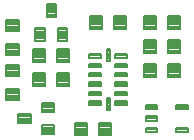
<source format=gbr>
G04 EAGLE Gerber RS-274X export*
G75*
%MOMM*%
%FSLAX34Y34*%
%LPD*%
%INSolderpaste Top*%
%IPPOS*%
%AMOC8*
5,1,8,0,0,1.08239X$1,22.5*%
G01*
%ADD10C,0.205000*%
%ADD11C,0.204000*%
%ADD12C,0.200000*%
%ADD13C,0.203500*%


D10*
X100865Y80125D02*
X100865Y83075D01*
X110815Y83075D01*
X110815Y80125D01*
X100865Y80125D01*
X100865Y82072D02*
X110815Y82072D01*
X100865Y88125D02*
X100865Y91075D01*
X110815Y91075D01*
X110815Y88125D01*
X100865Y88125D01*
X100865Y90072D02*
X110815Y90072D01*
X100865Y96125D02*
X100865Y99075D01*
X110815Y99075D01*
X110815Y96125D01*
X100865Y96125D01*
X100865Y98072D02*
X110815Y98072D01*
X100865Y104125D02*
X100865Y107075D01*
X110815Y107075D01*
X110815Y104125D01*
X100865Y104125D01*
X100865Y106072D02*
X110815Y106072D01*
X100865Y112125D02*
X100865Y115075D01*
X110815Y115075D01*
X110815Y112125D01*
X100865Y112125D01*
X100865Y114072D02*
X110815Y114072D01*
X110815Y120125D02*
X110815Y123075D01*
X110815Y120125D02*
X100865Y120125D01*
X100865Y123075D01*
X110815Y123075D01*
X110815Y122072D02*
X100865Y122072D01*
X115365Y127575D02*
X118315Y127575D01*
X118315Y117625D01*
X115365Y117625D01*
X115365Y127575D01*
X115365Y119572D02*
X118315Y119572D01*
X118315Y121519D02*
X115365Y121519D01*
X115365Y123466D02*
X118315Y123466D01*
X118315Y125413D02*
X115365Y125413D01*
X115365Y127360D02*
X118315Y127360D01*
X132815Y123075D02*
X132815Y120125D01*
X122865Y120125D01*
X122865Y123075D01*
X132815Y123075D01*
X132815Y122072D02*
X122865Y122072D01*
X132815Y115075D02*
X132815Y112125D01*
X122865Y112125D01*
X122865Y115075D01*
X132815Y115075D01*
X132815Y114072D02*
X122865Y114072D01*
X132815Y107075D02*
X132815Y104125D01*
X122865Y104125D01*
X122865Y107075D01*
X132815Y107075D01*
X132815Y106072D02*
X122865Y106072D01*
X132815Y99075D02*
X132815Y96125D01*
X122865Y96125D01*
X122865Y99075D01*
X132815Y99075D01*
X132815Y98072D02*
X122865Y98072D01*
X122865Y91075D02*
X122865Y88125D01*
X122865Y91075D02*
X132815Y91075D01*
X132815Y88125D01*
X122865Y88125D01*
X122865Y90072D02*
X132815Y90072D01*
X122865Y83075D02*
X122865Y80125D01*
X122865Y83075D02*
X132815Y83075D01*
X132815Y80125D01*
X122865Y80125D01*
X122865Y82072D02*
X132815Y82072D01*
X118315Y75625D02*
X115365Y75625D01*
X115365Y85575D01*
X118315Y85575D01*
X118315Y75625D01*
X118315Y77572D02*
X115365Y77572D01*
X115365Y79519D02*
X118315Y79519D01*
X118315Y81466D02*
X115365Y81466D01*
X115365Y83413D02*
X118315Y83413D01*
X118315Y85360D02*
X115365Y85360D01*
D11*
X83720Y127400D02*
X73760Y127400D01*
X83720Y127400D02*
X83720Y116440D01*
X73760Y116440D01*
X73760Y127400D01*
X73760Y118378D02*
X83720Y118378D01*
X83720Y120316D02*
X73760Y120316D01*
X73760Y122254D02*
X83720Y122254D01*
X83720Y124192D02*
X73760Y124192D01*
X73760Y126130D02*
X83720Y126130D01*
X63400Y127400D02*
X53440Y127400D01*
X63400Y127400D02*
X63400Y116440D01*
X53440Y116440D01*
X53440Y127400D01*
X53440Y118378D02*
X63400Y118378D01*
X63400Y120316D02*
X53440Y120316D01*
X53440Y122254D02*
X63400Y122254D01*
X63400Y124192D02*
X53440Y124192D01*
X53440Y126130D02*
X63400Y126130D01*
X73760Y107080D02*
X83720Y107080D01*
X83720Y96120D01*
X73760Y96120D01*
X73760Y107080D01*
X73760Y98058D02*
X83720Y98058D01*
X83720Y99996D02*
X73760Y99996D01*
X73760Y101934D02*
X83720Y101934D01*
X83720Y103872D02*
X73760Y103872D01*
X73760Y105810D02*
X83720Y105810D01*
X63400Y107080D02*
X53440Y107080D01*
X63400Y107080D02*
X63400Y96120D01*
X53440Y96120D01*
X53440Y107080D01*
X53440Y98058D02*
X63400Y98058D01*
X63400Y99996D02*
X53440Y99996D01*
X53440Y101934D02*
X63400Y101934D01*
X63400Y103872D02*
X53440Y103872D01*
X53440Y105810D02*
X63400Y105810D01*
X167740Y155340D02*
X177700Y155340D01*
X177700Y144380D01*
X167740Y144380D01*
X167740Y155340D01*
X167740Y146318D02*
X177700Y146318D01*
X177700Y148256D02*
X167740Y148256D01*
X167740Y150194D02*
X177700Y150194D01*
X177700Y152132D02*
X167740Y152132D01*
X167740Y154070D02*
X177700Y154070D01*
X157380Y155340D02*
X147420Y155340D01*
X157380Y155340D02*
X157380Y144380D01*
X147420Y144380D01*
X147420Y155340D01*
X147420Y146318D02*
X157380Y146318D01*
X157380Y148256D02*
X147420Y148256D01*
X147420Y150194D02*
X157380Y150194D01*
X157380Y152132D02*
X147420Y152132D01*
X147420Y154070D02*
X157380Y154070D01*
X111660Y144380D02*
X101700Y144380D01*
X101700Y155340D01*
X111660Y155340D01*
X111660Y144380D01*
X111660Y146318D02*
X101700Y146318D01*
X101700Y148256D02*
X111660Y148256D01*
X111660Y150194D02*
X101700Y150194D01*
X101700Y152132D02*
X111660Y152132D01*
X111660Y154070D02*
X101700Y154070D01*
X122020Y144380D02*
X131980Y144380D01*
X122020Y144380D02*
X122020Y155340D01*
X131980Y155340D01*
X131980Y144380D01*
X131980Y146318D02*
X122020Y146318D01*
X122020Y148256D02*
X131980Y148256D01*
X131980Y150194D02*
X122020Y150194D01*
X122020Y152132D02*
X131980Y152132D01*
X131980Y154070D02*
X122020Y154070D01*
X119280Y65170D02*
X109320Y65170D01*
X119280Y65170D02*
X119280Y54210D01*
X109320Y54210D01*
X109320Y65170D01*
X109320Y56148D02*
X119280Y56148D01*
X119280Y58086D02*
X109320Y58086D01*
X109320Y60024D02*
X119280Y60024D01*
X119280Y61962D02*
X109320Y61962D01*
X109320Y63900D02*
X119280Y63900D01*
X98960Y65170D02*
X89000Y65170D01*
X98960Y65170D02*
X98960Y54210D01*
X89000Y54210D01*
X89000Y65170D01*
X89000Y56148D02*
X98960Y56148D01*
X98960Y58086D02*
X89000Y58086D01*
X89000Y60024D02*
X98960Y60024D01*
X98960Y61962D02*
X89000Y61962D01*
X89000Y63900D02*
X98960Y63900D01*
X147420Y124060D02*
X157380Y124060D01*
X147420Y124060D02*
X147420Y135020D01*
X157380Y135020D01*
X157380Y124060D01*
X157380Y125998D02*
X147420Y125998D01*
X147420Y127936D02*
X157380Y127936D01*
X157380Y129874D02*
X147420Y129874D01*
X147420Y131812D02*
X157380Y131812D01*
X157380Y133750D02*
X147420Y133750D01*
X167740Y124060D02*
X177700Y124060D01*
X167740Y124060D02*
X167740Y135020D01*
X177700Y135020D01*
X177700Y124060D01*
X177700Y125998D02*
X167740Y125998D01*
X167740Y127936D02*
X177700Y127936D01*
X177700Y129874D02*
X167740Y129874D01*
X167740Y131812D02*
X177700Y131812D01*
X177700Y133750D02*
X167740Y133750D01*
D12*
X51230Y72580D02*
X51230Y64580D01*
X40530Y64580D01*
X40530Y72580D01*
X51230Y72580D01*
X51230Y66480D02*
X40530Y66480D01*
X40530Y68380D02*
X51230Y68380D01*
X51230Y70280D02*
X40530Y70280D01*
X40530Y72180D02*
X51230Y72180D01*
X71230Y74080D02*
X71230Y82080D01*
X71230Y74080D02*
X60530Y74080D01*
X60530Y82080D01*
X71230Y82080D01*
X71230Y75980D02*
X60530Y75980D01*
X60530Y77880D02*
X71230Y77880D01*
X71230Y79780D02*
X60530Y79780D01*
X60530Y81680D02*
X71230Y81680D01*
X71230Y63080D02*
X71230Y55080D01*
X60530Y55080D01*
X60530Y63080D01*
X71230Y63080D01*
X71230Y56980D02*
X60530Y56980D01*
X60530Y58880D02*
X71230Y58880D01*
X71230Y60780D02*
X60530Y60780D01*
X60530Y62680D02*
X71230Y62680D01*
X72580Y154510D02*
X64580Y154510D01*
X64580Y165210D01*
X72580Y165210D01*
X72580Y154510D01*
X72580Y156410D02*
X64580Y156410D01*
X64580Y158310D02*
X72580Y158310D01*
X72580Y160210D02*
X64580Y160210D01*
X64580Y162110D02*
X72580Y162110D01*
X72580Y164010D02*
X64580Y164010D01*
X74080Y134510D02*
X82080Y134510D01*
X74080Y134510D02*
X74080Y145210D01*
X82080Y145210D01*
X82080Y134510D01*
X82080Y136410D02*
X74080Y136410D01*
X74080Y138310D02*
X82080Y138310D01*
X82080Y140210D02*
X74080Y140210D01*
X74080Y142110D02*
X82080Y142110D01*
X82080Y144010D02*
X74080Y144010D01*
X63080Y134510D02*
X55080Y134510D01*
X55080Y145210D01*
X63080Y145210D01*
X63080Y134510D01*
X63080Y136410D02*
X55080Y136410D01*
X55080Y138310D02*
X63080Y138310D01*
X63080Y140210D02*
X55080Y140210D01*
X55080Y142110D02*
X63080Y142110D01*
X63080Y144010D02*
X55080Y144010D01*
D11*
X41040Y93880D02*
X41040Y83920D01*
X30080Y83920D01*
X30080Y93880D01*
X41040Y93880D01*
X41040Y85858D02*
X30080Y85858D01*
X30080Y87796D02*
X41040Y87796D01*
X41040Y89734D02*
X30080Y89734D01*
X30080Y91672D02*
X41040Y91672D01*
X41040Y93610D02*
X30080Y93610D01*
X41040Y104240D02*
X41040Y114200D01*
X41040Y104240D02*
X30080Y104240D01*
X30080Y114200D01*
X41040Y114200D01*
X41040Y106178D02*
X30080Y106178D01*
X30080Y108116D02*
X41040Y108116D01*
X41040Y110054D02*
X30080Y110054D01*
X30080Y111992D02*
X41040Y111992D01*
X41040Y113930D02*
X30080Y113930D01*
X30080Y142340D02*
X30080Y152300D01*
X41040Y152300D01*
X41040Y142340D01*
X30080Y142340D01*
X30080Y144278D02*
X41040Y144278D01*
X41040Y146216D02*
X30080Y146216D01*
X30080Y148154D02*
X41040Y148154D01*
X41040Y150092D02*
X30080Y150092D01*
X30080Y152030D02*
X41040Y152030D01*
X30080Y131980D02*
X30080Y122020D01*
X30080Y131980D02*
X41040Y131980D01*
X41040Y122020D01*
X30080Y122020D01*
X30080Y123958D02*
X41040Y123958D01*
X41040Y125896D02*
X30080Y125896D01*
X30080Y127834D02*
X41040Y127834D01*
X41040Y129772D02*
X30080Y129772D01*
X30080Y131710D02*
X41040Y131710D01*
D13*
X148386Y79813D02*
X148386Y76347D01*
X148386Y79813D02*
X158352Y79813D01*
X158352Y76347D01*
X148386Y76347D01*
X148386Y78280D02*
X158352Y78280D01*
X148386Y70313D02*
X148386Y66847D01*
X148386Y70313D02*
X158352Y70313D01*
X158352Y66847D01*
X148386Y66847D01*
X148386Y68780D02*
X158352Y68780D01*
X148386Y60813D02*
X148386Y57347D01*
X148386Y60813D02*
X158352Y60813D01*
X158352Y57347D01*
X148386Y57347D01*
X148386Y59280D02*
X158352Y59280D01*
X174388Y60813D02*
X174388Y57347D01*
X174388Y60813D02*
X184354Y60813D01*
X184354Y57347D01*
X174388Y57347D01*
X174388Y59280D02*
X184354Y59280D01*
X174388Y76347D02*
X174388Y79813D01*
X184354Y79813D01*
X184354Y76347D01*
X174388Y76347D01*
X174388Y78280D02*
X184354Y78280D01*
D11*
X157380Y103740D02*
X147420Y103740D01*
X147420Y114700D01*
X157380Y114700D01*
X157380Y103740D01*
X157380Y105678D02*
X147420Y105678D01*
X147420Y107616D02*
X157380Y107616D01*
X157380Y109554D02*
X147420Y109554D01*
X147420Y111492D02*
X157380Y111492D01*
X157380Y113430D02*
X147420Y113430D01*
X167740Y103740D02*
X177700Y103740D01*
X167740Y103740D02*
X167740Y114700D01*
X177700Y114700D01*
X177700Y103740D01*
X177700Y105678D02*
X167740Y105678D01*
X167740Y107616D02*
X177700Y107616D01*
X177700Y109554D02*
X167740Y109554D01*
X167740Y111492D02*
X177700Y111492D01*
X177700Y113430D02*
X167740Y113430D01*
M02*

</source>
